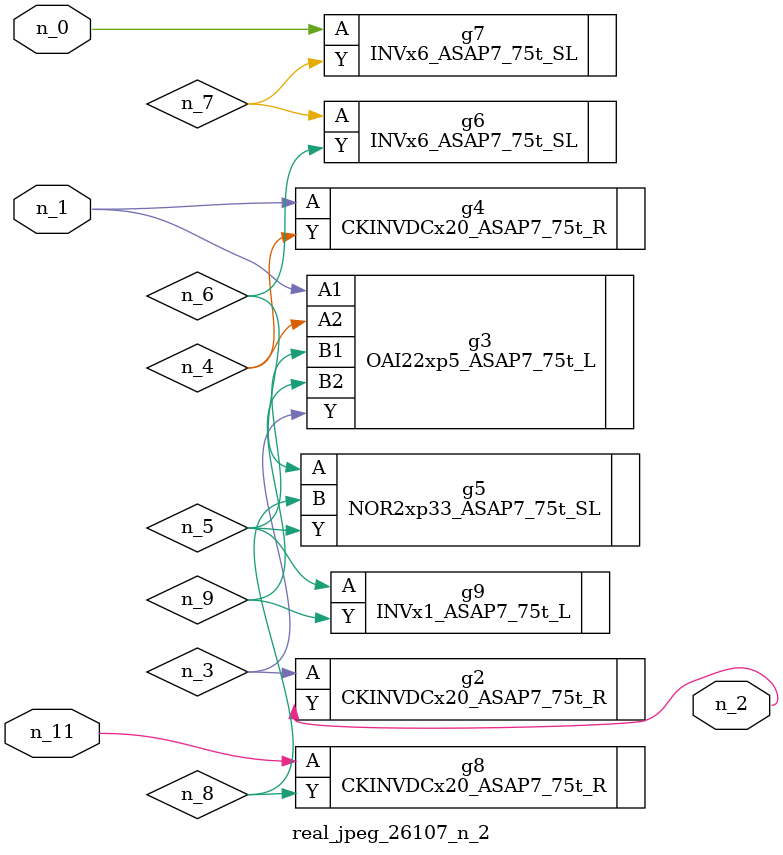
<source format=v>
module real_jpeg_26107_n_2 (n_1, n_11, n_0, n_2);

input n_1;
input n_11;
input n_0;

output n_2;

wire n_5;
wire n_4;
wire n_8;
wire n_6;
wire n_7;
wire n_3;
wire n_9;

INVx6_ASAP7_75t_SL g7 ( 
.A(n_0),
.Y(n_7)
);

OAI22xp5_ASAP7_75t_L g3 ( 
.A1(n_1),
.A2(n_4),
.B1(n_5),
.B2(n_9),
.Y(n_3)
);

CKINVDCx20_ASAP7_75t_R g4 ( 
.A(n_1),
.Y(n_4)
);

CKINVDCx20_ASAP7_75t_R g2 ( 
.A(n_3),
.Y(n_2)
);

INVx1_ASAP7_75t_L g9 ( 
.A(n_5),
.Y(n_9)
);

NOR2xp33_ASAP7_75t_SL g5 ( 
.A(n_6),
.B(n_8),
.Y(n_5)
);

INVx6_ASAP7_75t_SL g6 ( 
.A(n_7),
.Y(n_6)
);

CKINVDCx20_ASAP7_75t_R g8 ( 
.A(n_11),
.Y(n_8)
);


endmodule
</source>
